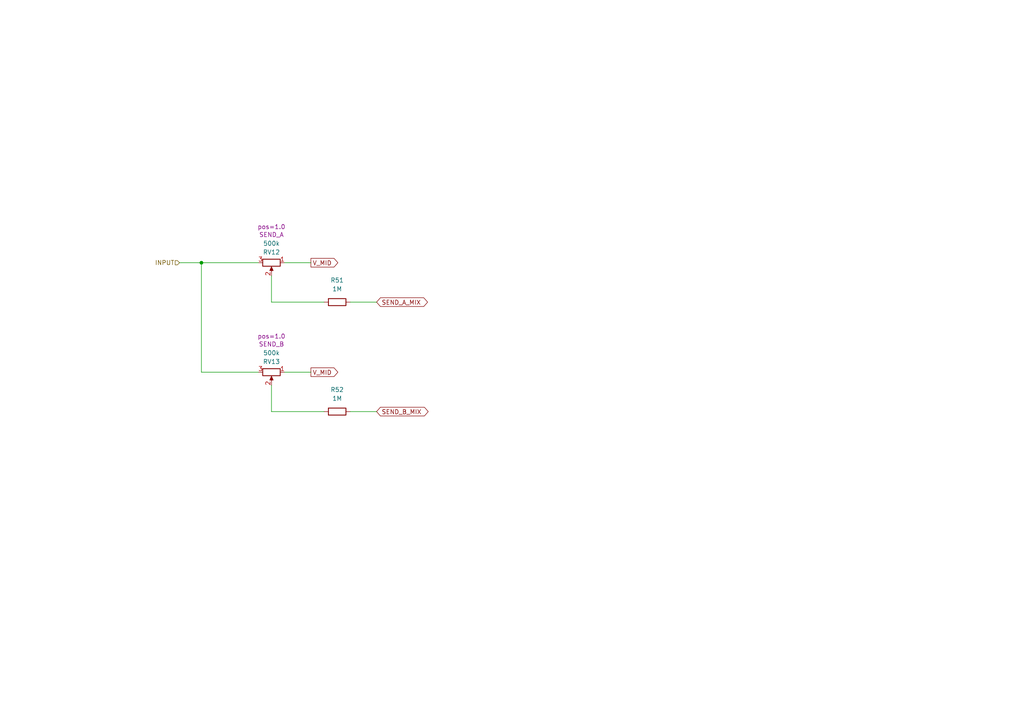
<source format=kicad_sch>
(kicad_sch (version 20250114) (generator "eeschema") (generator_version "9.0")
  (paper "A4")
  (lib_symbols
    (symbol "Device:R" (pin_numbers (hide yes)) (pin_names (offset 0))
      (property "Reference" "R" (at 2.032 0 90))
      (property "Value" "R" (at 0 0 90))
      (symbol "R_0_1"
        (rectangle (start -1.016 -2.54) (end 1.016 2.54) (stroke (width 0.254)))
      )
      (symbol "R_1_1"
        (pin passive line (at 0 3.81 270) (length 1.27) (name "~") (number "1"))
        (pin passive line (at 0 -3.81 90) (length 1.27) (name "~") (number "2"))
      )
    )
    (symbol "Device:R_Potentiometer" (pin_names (offset 1.016) (hide yes))
      (property "Reference" "RV" (at -4.445 0 90))
      (property "Value" "R_Potentiometer" (at -2.54 0 90))
      (symbol "R_Potentiometer_0_1"
        (rectangle (start 1.016 2.54) (end -1.016 -2.54) (stroke (width 0.254)))
        (polyline (pts (xy 1.143 0) (xy 2.286 0.508) (xy 2.286 -0.508) (xy 1.143 0)) (fill (type outline)))
        (polyline (pts (xy 2.54 0) (xy 1.524 0)))
      )
      (symbol "R_Potentiometer_1_1"
        (pin passive line (at 0 3.81 270) (length 1.27) (name "1") (number "1"))
        (pin passive line (at 0 -3.81 90) (length 1.27) (name "3") (number "3"))
        (pin passive line (at 3.81 0 180) (length 1.27) (name "2") (number "2"))
      )
    )
  )
  (junction (at 58.42 76.2))
  (wire (pts (xy 78.74 87.63) (xy 93.98 87.63)))
  (wire (pts (xy 78.74 111.76) (xy 78.74 119.38)))
  (wire (pts (xy 58.42 107.95) (xy 58.42 76.2)))
  (wire (pts (xy 74.93 107.95) (xy 58.42 107.95)))
  (wire (pts (xy 78.74 119.38) (xy 93.98 119.38)))
  (wire (pts (xy 78.74 80.01) (xy 78.74 87.63)))
  (wire (pts (xy 101.6 87.63) (xy 109.22 87.63)))
  (wire (pts (xy 52.07 76.2) (xy 58.42 76.2)))
  (wire (pts (xy 58.42 76.2) (xy 74.93 76.2)))
  (wire (pts (xy 82.55 107.95) (xy 90.17 107.95)))
  (wire (pts (xy 101.6 119.38) (xy 109.22 119.38)))
  (wire (pts (xy 82.55 76.2) (xy 90.17 76.2)))
  (global_label "V_MID" (shape output) (at 90.17 76.2 0) (property "Intersheetrefs" "${INTERSHEET_REFS}" (effects (hide yes))))
  (global_label "SEND_B_MIX" (shape bidirectional) (at 109.22 119.38 0) (property "Intersheetrefs" "${INTERSHEET_REFS}" (effects (hide yes))))
  (global_label "V_MID" (shape output) (at 90.17 107.95 0) (property "Intersheetrefs" "${INTERSHEET_REFS}" (effects (hide yes))))
  (global_label "SEND_A_MIX" (shape bidirectional) (at 109.22 87.63 0) (property "Intersheetrefs" "${INTERSHEET_REFS}" (effects (hide yes))))
  (hierarchical_label "INPUT" (shape input) (at 52.07 76.2 180))
  (symbol (lib_id "Device:R") (at 97.79 119.38 90) (unit 1)
    (property "Reference" "R50" (at 97.79 113.03 90))
    (property "Value" "1M" (at 97.79 115.57 90))
    (property "Footprint" "Resistor_SMD:R_0402_1005Metric" (effects (hide yes)))
    (property "Description" "Resistor" (effects (hide yes)))
    (instances (project "4mix" (path "" (reference "R52") (unit 1)) (path "" (reference "R54") (unit 1)) (path "" (reference "R50") (unit 1))))
  )
  (symbol (lib_id "Device:R") (at 97.79 87.63 90) (unit 1)
    (property "Reference" "R49" (at 97.79 81.28 90))
    (property "Value" "1M" (at 97.79 83.82 90))
    (property "Footprint" "Resistor_SMD:R_0402_1005Metric" (effects (hide yes)))
    (property "Description" "Resistor" (effects (hide yes)))
    (instances (project "4mix" (path "" (reference "R51") (unit 1)) (path "" (reference "R53") (unit 1)) (path "" (reference "R49") (unit 1))))
  )
  (symbol (lib_id "Device:R_Potentiometer") (at 78.74 107.95 270) (unit 1)
    (property "Reference" "RV11" (at 78.74 104.902 90))
    (property "Value" "500k" (at 78.74 102.362 90))
    (property "Footprint" "BreadModular_Pots:Potentiometer_RV09" (effects (hide yes)))
    (property "Description" "Potentiometer" (effects (hide yes)))
    (property "Sim.Device" "R" (effects (hide yes)))
    (property "Sim.Type" "POT" (effects (hide yes)))
    (property "Sim.Pins" "1=r0 2=wiper 3=r1" (effects (hide yes)))
    (property "Sim.Params" "pos=1.0" (at 78.74 97.536 90))
    (property "Comment" "SEND_B" (at 78.74 99.822 90))
    (instances (project "4mix" (path "" (reference "RV13") (unit 1)) (path "" (reference "RV15") (unit 1)) (path "" (reference "RV11") (unit 1))))
  )
  (symbol (lib_id "Device:R_Potentiometer") (at 78.74 76.2 270) (unit 1)
    (property "Reference" "RV10" (at 78.74 73.152 90))
    (property "Value" "500k" (at 78.74 70.612 90))
    (property "Footprint" "BreadModular_Pots:Potentiometer_RV09" (effects (hide yes)))
    (property "Description" "Potentiometer" (effects (hide yes)))
    (property "Sim.Device" "R" (effects (hide yes)))
    (property "Sim.Type" "POT" (effects (hide yes)))
    (property "Sim.Pins" "1=r0 2=wiper 3=r1" (effects (hide yes)))
    (property "Sim.Params" "pos=1.0" (at 78.74 65.786 90))
    (property "Comment" "SEND_A" (at 78.74 68.072 90))
    (instances (project "4mix" (path "" (reference "RV12") (unit 1)) (path "" (reference "RV14") (unit 1)) (path "" (reference "RV10") (unit 1))))
  )
)
</source>
